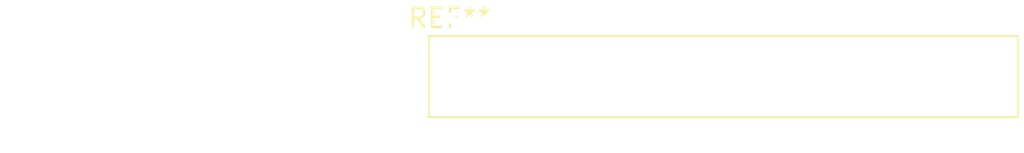
<source format=kicad_pcb>
(kicad_pcb (version 20240108) (generator pcbnew)
  (layers (0 "F.Cu" signal) (31 "B.Cu" signal) (34 "B.Paste" user) (35 "F.Paste" user) (36 "B.SilkS" user "B.Silkscreen") (37 "F.SilkS" user "F.Silkscreen") (38 "B.Mask" user) (39 "F.Mask" user) (44 "Edge.Cuts" user))
  (net 0 "")
  (footprint "Samtec_HLE-115-02-xx-DV-PE_2x15_P2.54mm_Horizontal" (layer "F.Cu") (at 0 0)
    (property "Reference" "REF**")
    (property "Value" "Samtec_HLE-115-02-xx-DV-PE_2x15_P2.54mm_Horizontal")
    (fp_line (start -1.38 1.16) (end 36.94 1.16) (layer "F.SilkS") (stroke (width 0.12)))
    (fp_line (start -1.38 6.46) (end -1.38 1.16) (layer "F.SilkS") (stroke (width 0.12)))
    (fp_line (start 36.94 1.16) (end 36.94 6.46) (layer "F.SilkS") (stroke (width 0.12)))
    (fp_line (start 36.94 6.46) (end -1.38 6.46) (layer "F.SilkS") (stroke (width 0.12)))
    (pad "" np_thru_hole circle (at 0 2.54) (size 1.4 1.4) (drill 1.4) (layers *.Cu *.Mask))
    (pad "" np_thru_hole circle (at 0 5.08) (size 1.4 1.4) (drill 1.4) (layers *.Cu *.Mask))
    (pad "" np_thru_hole circle (at 2.54 2.54) (size 1.4 1.4) (drill 1.4) (layers *.Cu *.Mask))
    (pad "" np_thru_hole circle (at 2.54 5.08) (size 1.4 1.4) (drill 1.4) (layers *.Cu *.Mask))
    (pad "" np_thru_hole circle (at 5.08 2.54) (size 1.4 1.4) (drill 1.4) (layers *.Cu *.Mask))
    (pad "" np_thru_hole circle (at 5.08 5.08) (size 1.4 1.4) (drill 1.4) (layers *.Cu *.Mask))
    (pad "" np_thru_hole circle (at 7.62 2.54) (size 1.4 1.4) (drill 1.4) (layers *.Cu *.Mask))
    (pad "" np_thru_hole circle (at 7.62 5.08) (size 1.4 1.4) (drill 1.4) (layers *.Cu *.Mask))
    (pad "" np_thru_hole circle (at 10.16 2.54) (size 1.4 1.4) (drill 1.4) (layers *.Cu *.Mask))
    (pad "" np_thru_hole circle (at 10.16 5.08) (size 1.4 1.4) (drill 1.4) (layers *.Cu *.Mask))
    (pad "" np_thru_hole circle (at 12.7 2.54) (size 1.4 1.4) (drill 1.4) (layers *.Cu *.Mask))
    (pad "" np_thru_hole circle (at 12.7 5.08) (size 1.4 1.4) (drill 1.4) (layers *.Cu *.Mask))
    (pad "" np_thru_hole circle (at 15.24 2.54) (size 1.4 1.4) (drill 1.4) (layers *.Cu *.Mask))
    (pad "" np_thru_hole circle (at 15.24 5.08) (size 1.4 1.4) (drill 1.4) (layers *.Cu *.Mask))
    (pad "" np_thru_hole circle (at 17.78 2.54) (size 1.4 1.4) (drill 1.4) (layers *.Cu *.Mask))
    (pad "" np_thru_hole circle (at 17.78 5.08) (size 1.4 1.4) (drill 1.4) (layers *.Cu *.Mask))
    (pad "" np_thru_hole circle (at 20.32 2.54) (size 1.4 1.4) (drill 1.4) (layers *.Cu *.Mask))
    (pad "" np_thru_hole circle (at 20.32 5.08) (size 1.4 1.4) (drill 1.4) (layers *.Cu *.Mask))
    (pad "" np_thru_hole circle (at 22.86 2.54) (size 1.4 1.4) (drill 1.4) (layers *.Cu *.Mask))
    (pad "" np_thru_hole circle (at 22.86 5.08) (size 1.4 1.4) (drill 1.4) (layers *.Cu *.Mask))
    (pad "" np_thru_hole circle (at 25.4 2.54) (size 1.4 1.4) (drill 1.4) (layers *.Cu *.Mask))
    (pad "" np_thru_hole circle (at 25.4 5.08) (size 1.4 1.4) (drill 1.4) (layers *.Cu *.Mask))
    (pad "" np_thru_hole circle (at 27.94 2.54) (size 1.4 1.4) (drill 1.4) (layers *.Cu *.Mask))
    (pad "" np_thru_hole circle (at 27.94 5.08) (size 1.4 1.4) (drill 1.4) (layers *.Cu *.Mask))
    (pad "" np_thru_hole circle (at 30.48 2.54) (size 1.4 1.4) (drill 1.4) (layers *.Cu *.Mask))
    (pad "" np_thru_hole circle (at 30.48 5.08) (size 1.4 1.4) (drill 1.4) (layers *.Cu *.Mask))
    (pad "" np_thru_hole circle (at 33.02 2.54) (size 1.4 1.4) (drill 1.4) (layers *.Cu *.Mask))
    (pad "" np_thru_hole circle (at 33.02 5.08) (size 1.4 1.4) (drill 1.4) (layers *.Cu *.Mask))
    (pad "" np_thru_hole circle (at 35.56 2.54) (size 1.4 1.4) (drill 1.4) (layers *.Cu *.Mask))
    (pad "" np_thru_hole circle (at 35.56 5.08) (size 1.4 1.4) (drill 1.4) (layers *.Cu *.Mask))
    (pad "1" thru_hole roundrect (at 0 0) (size 1.31 1.31) (drill 0.71) (layers *.Cu *.Mask) (remove_unused_layers) (roundrect_rratio 0.19084))
    (pad "2" thru_hole circle (at 0 7.62) (size 1.31 1.31) (drill 0.71) (layers *.Cu *.Mask) (remove_unused_layers))
    (pad "3" thru_hole circle (at 2.54 0) (size 1.31 1.31) (drill 0.71) (layers *.Cu *.Mask) (remove_unused_layers))
    (pad "4" thru_hole circle (at 2.54 7.62) (size 1.31 1.31) (drill 0.71) (layers *.Cu *.Mask) (remove_unused_layers))
    (pad "5" thru_hole circle (at 5.08 0) (size 1.31 1.31) (drill 0.71) (layers *.Cu *.Mask) (remove_unused_layers))
    (pad "6" thru_hole circle (at 5.08 7.62) (size 1.31 1.31) (drill 0.71) (layers *.Cu *.Mask) (remove_unused_layers))
    (pad "7" thru_hole circle (at 7.62 0) (size 1.31 1.31) (drill 0.71) (layers *.Cu *.Mask) (remove_unused_layers))
    (pad "8" thru_hole circle (at 7.62 7.62) (size 1.31 1.31) (drill 0.71) (layers *.Cu *.Mask) (remove_unused_layers))
    (pad "9" thru_hole circle (at 10.16 0) (size 1.31 1.31) (drill 0.71) (layers *.Cu *.Mask) (remove_unused_layers))
    (pad "10" thru_hole circle (at 10.16 7.62) (size 1.31 1.31) (drill 0.71) (layers *.Cu *.Mask) (remove_unused_layers))
    (pad "11" thru_hole circle (at 12.7 0) (size 1.31 1.31) (drill 0.71) (layers *.Cu *.Mask) (remove_unused_layers))
    (pad "12" thru_hole circle (at 12.7 7.62) (size 1.31 1.31) (drill 0.71) (layers *.Cu *.Mask) (remove_unused_layers))
    (pad "13" thru_hole circle (at 15.24 0) (size 1.31 1.31) (drill 0.71) (layers *.Cu *.Mask) (remove_unused_layers))
    (pad "14" thru_hole circle (at 15.24 7.62) (size 1.31 1.31) (drill 0.71) (layers *.Cu *.Mask) (remove_unused_layers))
    (pad "15" thru_hole circle (at 17.78 0) (size 1.31 1.31) (drill 0.71) (layers *.Cu *.Mask) (remove_unused_layers))
    (pad "16" thru_hole circle (at 17.78 7.62) (size 1.31 1.31) (drill 0.71) (layers *.Cu *.Mask) (remove_unused_layers))
    (pad "17" thru_hole circle (at 20.32 0) (size 1.31 1.31) (drill 0.71) (layers *.Cu *.Mask) (remove_unused_layers))
    (pad "18" thru_hole circle (at 20.32 7.62) (size 1.31 1.31) (drill 0.71) (layers *.Cu *.Mask) (remove_unused_layers))
    (pad "19" thru_hole circle (at 22.86 0) (size 1.31 1.31) (drill 0.71) (layers *.Cu *.Mask) (remove_unused_layers))
    (pad "20" thru_hole circle (at 22.86 7.62) (size 1.31 1.31) (drill 0.71) (layers *.Cu *.Mask) (remove_unused_layers))
    (pad "21" thru_hole circle (at 25.4 0) (size 1.31 1.31) (drill 0.71) (layers *.Cu *.Mask) (remove_unused_layers))
    (pad "22" thru_hole circle (at 25.4 7.62) (size 1.31 1.31) (drill 0.71) (layers *.Cu *.Mask) (remove_unused_layers))
    (pad "23" thru_hole circle (at 27.94 0) (size 1.31 1.31) (drill 0.71) (layers *.Cu *.Mask) (remove_unused_layers))
    (pad "24" thru_hole circle (at 27.94 7.62) (size 1.31 1.31) (drill 0.71) (layers *.Cu *.Mask) (remove_unused_layers))
    (pad "25" thru_hole circle (at 30.48 0) (size 1.31 1.31) (drill 0.71) (layers *.Cu *.Mask) (remove_unused_layers))
    (pad "26" thru_hole circle (at 30.48 7.62) (size 1.31 1.31) (drill 0.71) (layers *.Cu *.Mask) (remove_unused_layers))
    (pad "27" thru_hole circle (at 33.02 0) (size 1.31 1.31) (drill 0.71) (layers *.Cu *.Mask) (remove_unused_layers))
    (pad "28" thru_hole circle (at 33.02 7.62) (size 1.31 1.31) (drill 0.71) (layers *.Cu *.Mask) (remove_unused_layers))
    (pad "29" thru_hole circle (at 35.56 0) (size 1.31 1.31) (drill 0.71) (layers *.Cu *.Mask) (remove_unused_layers))
    (pad "30" thru_hole circle (at 35.56 7.62) (size 1.31 1.31) (drill 0.71) (layers *.Cu *.Mask) (remove_unused_layers))
  )
)
</source>
